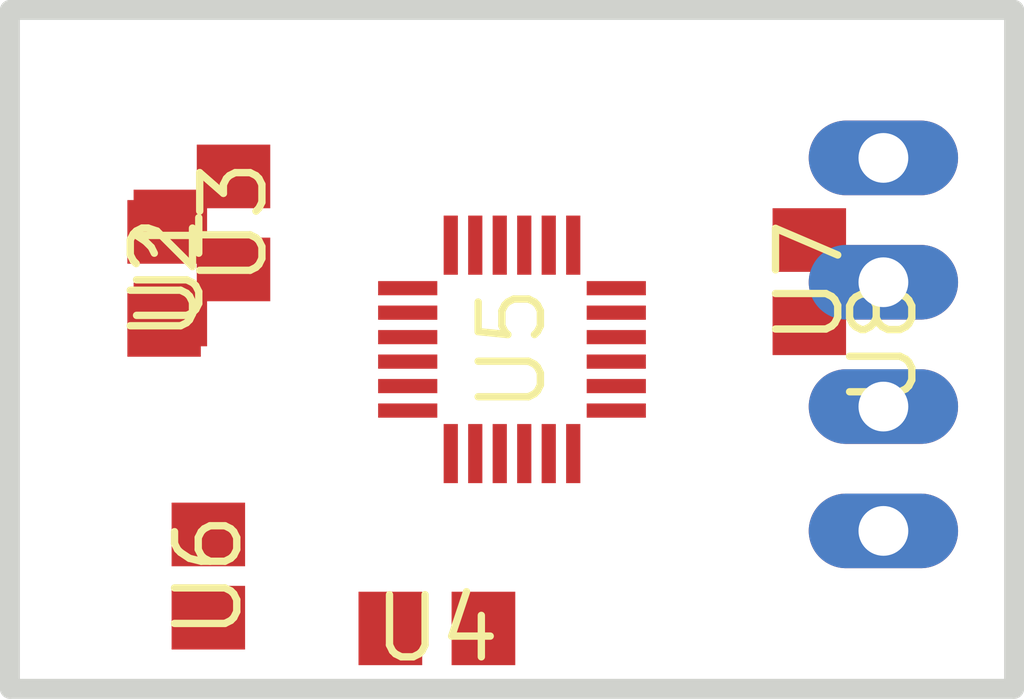
<source format=kicad_pcb>
 ( kicad_pcb  ( version 20171130 )
 ( host pcbnew "(5.1.4-0-10_14)" )
 ( general  ( thickness 1.6 )
 ( drawings 4 )
 ( tracks 0 )
 ( zones 0 )
 ( modules 8 )
 ( nets 16 )
)
 ( page A4 )
 ( layers  ( 0 Top signal )
 ( 31 Bottom signal )
 ( 32 B.Adhes user )
 ( 33 F.Adhes user )
 ( 34 B.Paste user )
 ( 35 F.Paste user )
 ( 36 B.SilkS user )
 ( 37 F.SilkS user )
 ( 38 B.Mask user )
 ( 39 F.Mask user )
 ( 40 Dwgs.User user )
 ( 41 Cmts.User user )
 ( 42 Eco1.User user )
 ( 43 Eco2.User user )
 ( 44 Edge.Cuts user )
 ( 45 Margin user )
 ( 46 B.CrtYd user )
 ( 47 F.CrtYd user )
 ( 48 B.Fab user )
 ( 49 F.Fab user )
)
 ( setup  ( last_trace_width 0.3048 )
 ( trace_clearance 0.1524 )
 ( zone_clearance 0.508 )
 ( zone_45_only no )
 ( trace_min 0.2 )
 ( via_size 0.8 )
 ( via_drill 0.4 )
 ( via_min_size 0.4 )
 ( via_min_drill 0.3 )
 ( uvia_size 0.3 )
 ( uvia_drill 0.1 )
 ( uvias_allowed yes )
 ( uvia_min_size 0.2 )
 ( uvia_min_drill 0.1 )
 ( edge_width 0.05 )
 ( segment_width 0.2 )
 ( pcb_text_width 0.3 )
 ( pcb_text_size 1.5 1.5 )
 ( mod_edge_width 0.12 )
 ( mod_text_size 1 1 )
 ( mod_text_width 0.15 )
 ( pad_size 1.524 1.524 )
 ( pad_drill 0.762 )
 ( pad_to_mask_clearance 0.051 )
 ( solder_mask_min_width 0.25 )
 ( aux_axis_origin 0 0 )
 ( visible_elements 7FFFFFFF )
 ( pcbplotparams  ( layerselection 0x010fc_ffffffff )
 ( usegerberextensions false )
 ( usegerberattributes false )
 ( usegerberadvancedattributes false )
 ( creategerberjobfile false )
 ( excludeedgelayer true )
 ( linewidth 0.100000 )
 ( plotframeref false )
 ( viasonmask false )
 ( mode 1 )
 ( useauxorigin false )
 ( hpglpennumber 1 )
 ( hpglpenspeed 20 )
 ( hpglpendiameter 15.000000 )
 ( psnegative false )
 ( psa4output false )
 ( plotreference true )
 ( plotvalue true )
 ( plotinvisibletext false )
 ( padsonsilk false )
 ( subtractmaskfromsilk false )
 ( outputformat 1 )
 ( mirror false )
 ( drillshape 1 )
 ( scaleselection 1 )
 ( outputdirectory "" )
)
)
 ( net 0 "" )
 ( net 1 GND )
 ( net 2 VDD )
 ( net 3 /SDA )
 ( net 4 /SCL )
 ( net 5 "Net-(R2-Pad1)" )
 ( net 6 "Net-(R1-Pad1)" )
 ( net 7 "Net-(U1-Pad14)" )
 ( net 8 "Net-(U1-Pad13)" )
 ( net 9 "Net-(U1-Pad12)" )
 ( net 10 "Net-(U1-Pad11)" )
 ( net 11 "Net-(U1-Pad10)" )
 ( net 12 "Net-(C1-Pad1)" )
 ( net 13 "Net-(C1-Pad2)" )
 ( net 14 "Net-(C2-Pad2)" )
 ( net 15 "Net-(U1-Pad1)" )
 ( net_class Default "This is the default net class."  ( clearance 0.1524 )
 ( trace_width 0.3048 )
 ( via_dia 0.8 )
 ( via_drill 0.4 )
 ( uvia_dia 0.3 )
 ( uvia_drill 0.1 )
 ( add_net /SCL )
 ( add_net /SDA )
 ( add_net GND )
 ( add_net "Net-(C1-Pad1)" )
 ( add_net "Net-(C1-Pad2)" )
 ( add_net "Net-(C2-Pad2)" )
 ( add_net "Net-(R1-Pad1)" )
 ( add_net "Net-(R2-Pad1)" )
 ( add_net "Net-(U1-Pad1)" )
 ( add_net "Net-(U1-Pad10)" )
 ( add_net "Net-(U1-Pad11)" )
 ( add_net "Net-(U1-Pad12)" )
 ( add_net "Net-(U1-Pad13)" )
 ( add_net "Net-(U1-Pad14)" )
 ( add_net VDD )
)
 ( module imu:C0805  ( layer Top )
 ( tedit 5DCDEC05 )
 ( tstamp 5DC8EB23 )
 ( at 141.526842 103.341043 270.000000 )
 ( descr <b>CAPACITOR</b><p> )
 ( path /A60240AA )
 ( fp_text reference U1  ( at 0 0 270 )
 ( layer F.SilkS )
 ( effects  ( font  ( size 1.27 1.27 )
 ( thickness 0.15 )
)
)
)
 ( fp_text value ""  ( at 0 0 270 )
 ( layer F.SilkS )
 ( effects  ( font  ( size 1.27 1.27 )
 ( thickness 0.15 )
)
)
)
 ( fp_poly  ( pts  ( xy -1.97 -0.98 )
 ( xy 1.97 -0.98 )
 ( xy 1.97 0.98 )
 ( xy -1.97 0.98 )
)
 ( layer F.CrtYd )
 ( width 0.05 )
)
 ( pad 2 smd rect  ( at 0.95 0 270.000000 )
 ( size 1.3 1.5 )
 ( layers Top F.Mask F.Paste )
 ( net 1 GND )
 ( solder_mask_margin 0.1016 )
)
 ( pad 1 smd rect  ( at -0.95 0 270.000000 )
 ( size 1.3 1.5 )
 ( layers Top F.Mask F.Paste )
 ( net 2 VDD )
 ( solder_mask_margin 0.1016 )
)
)
 ( module imu:C0805  ( layer Top )
 ( tedit 5DCDEC05 )
 ( tstamp 5DC8EB31 )
 ( at 141.398907 103.553324 270.000000 )
 ( descr <b>CAPACITOR</b><p> )
 ( path /C3EA450F )
 ( fp_text reference U2  ( at 0 0 270 )
 ( layer F.SilkS )
 ( effects  ( font  ( size 1.27 1.27 )
 ( thickness 0.15 )
)
)
)
 ( fp_text value ""  ( at 0 0 270 )
 ( layer F.SilkS )
 ( effects  ( font  ( size 1.27 1.27 )
 ( thickness 0.15 )
)
)
)
 ( fp_poly  ( pts  ( xy -1.97 -0.98 )
 ( xy 1.97 -0.98 )
 ( xy 1.97 0.98 )
 ( xy -1.97 0.98 )
)
 ( layer F.CrtYd )
 ( width 0.05 )
)
 ( pad 2 smd rect  ( at 0.95 0 270.000000 )
 ( size 1.3 1.5 )
 ( layers Top F.Mask F.Paste )
 ( net 1 GND )
 ( solder_mask_margin 0.1016 )
)
 ( pad 1 smd rect  ( at -0.95 0 270.000000 )
 ( size 1.3 1.5 )
 ( layers Top F.Mask F.Paste )
 ( net 2 VDD )
 ( solder_mask_margin 0.1016 )
)
)
 ( module imu:C0805  ( layer Top )
 ( tedit 5DCDEC05 )
 ( tstamp 5DC8EB3F )
 ( at 142.816063 102.420805 90.000000 )
 ( descr <b>CAPACITOR</b><p> )
 ( path /7A0BA227 )
 ( fp_text reference U3  ( at 0 0 90 )
 ( layer F.SilkS )
 ( effects  ( font  ( size 1.27 1.27 )
 ( thickness 0.15 )
)
)
)
 ( fp_text value ""  ( at 0 0 90 )
 ( layer F.SilkS )
 ( effects  ( font  ( size 1.27 1.27 )
 ( thickness 0.15 )
)
)
)
 ( fp_poly  ( pts  ( xy -1.97 -0.98 )
 ( xy 1.97 -0.98 )
 ( xy 1.97 0.98 )
 ( xy -1.97 0.98 )
)
 ( layer F.CrtYd )
 ( width 0.05 )
)
 ( pad 2 smd rect  ( at 0.95 0 90.000000 )
 ( size 1.3 1.5 )
 ( layers Top F.Mask F.Paste )
 ( net 13 "Net-(C1-Pad2)" )
 ( solder_mask_margin 0.1016 )
)
 ( pad 1 smd rect  ( at -0.95 0 90.000000 )
 ( size 1.3 1.5 )
 ( layers Top F.Mask F.Paste )
 ( net 12 "Net-(C1-Pad1)" )
 ( solder_mask_margin 0.1016 )
)
)
 ( module imu:C0805  ( layer Top )
 ( tedit 5DCDEC05 )
 ( tstamp 5DC8EB4D )
 ( at 146.968042 110.704600 180.000000 )
 ( descr <b>CAPACITOR</b><p> )
 ( path /39D9FF9F )
 ( fp_text reference U4  ( at 0 0 180 )
 ( layer F.SilkS )
 ( effects  ( font  ( size 1.27 1.27 )
 ( thickness 0.15 )
)
)
)
 ( fp_text value ""  ( at 0 0 180 )
 ( layer F.SilkS )
 ( effects  ( font  ( size 1.27 1.27 )
 ( thickness 0.15 )
)
)
)
 ( fp_poly  ( pts  ( xy -1.97 -0.98 )
 ( xy 1.97 -0.98 )
 ( xy 1.97 0.98 )
 ( xy -1.97 0.98 )
)
 ( layer F.CrtYd )
 ( width 0.05 )
)
 ( pad 2 smd rect  ( at 0.95 0 180.000000 )
 ( size 1.3 1.5 )
 ( layers Top F.Mask F.Paste )
 ( net 14 "Net-(C2-Pad2)" )
 ( solder_mask_margin 0.1016 )
)
 ( pad 1 smd rect  ( at -0.95 0 180.000000 )
 ( size 1.3 1.5 )
 ( layers Top F.Mask F.Paste )
 ( net 1 GND )
 ( solder_mask_margin 0.1016 )
)
)
 ( module imu:LGA-24  ( layer Top )
 ( tedit 5DCDEC7A )
 ( tstamp 5DC8EAD5 )
 ( at 148.501100 105.003600 270.000000 )
 ( descr "<h3>LGA 4x4x1 mm 24-lead</h3>\n<ul><li>0.5mm pitch</li>\n<li>Pads are 0.35x0.2 mm square</li>\n</ul>\n<p>This package is used for:<p>\n<ul><li>ST Micro LSM9DS0 3D accel/gyro/mag</li></ul>" )
 ( path /94FABF20 )
 ( fp_text reference U5  ( at 0 0 270 )
 ( layer F.SilkS )
 ( effects  ( font  ( size 1.27 1.27 )
 ( thickness 0.15 )
)
)
)
 ( fp_text value ""  ( at 0 0 270 )
 ( layer F.SilkS )
 ( effects  ( font  ( size 1.27 1.27 )
 ( thickness 0.15 )
)
)
)
 ( fp_poly  ( pts  ( xy -3 -3 )
 ( xy 3 -3 )
 ( xy 3 3 )
 ( xy -3 3 )
)
 ( layer F.CrtYd )
 ( width 0.1 )
)
 ( pad 24 smd rect  ( at -1.25 -2.129 270.000000 )
 ( size 0.29 1.208 )
 ( layers Top F.Mask F.Paste )
 ( net 3 /SDA )
 ( solder_mask_margin 0.1016 )
)
 ( pad 23 smd rect  ( at -0.75 -2.129 270.000000 )
 ( size 0.29 1.208 )
 ( layers Top F.Mask F.Paste )
 ( net 1 GND )
 ( solder_mask_margin 0.1016 )
)
 ( pad 22 smd rect  ( at -0.25 -2.129 270.000000 )
 ( size 0.29 1.208 )
 ( layers Top F.Mask F.Paste )
 ( net 1 GND )
 ( solder_mask_margin 0.1016 )
)
 ( pad 21 smd rect  ( at 0.25 -2.129 270.000000 )
 ( size 0.29 1.208 )
 ( layers Top F.Mask F.Paste )
 ( net 4 /SCL )
 ( solder_mask_margin 0.1016 )
)
 ( pad 20 smd rect  ( at 0.75 -2.129 270.000000 )
 ( size 0.29 1.208 )
 ( layers Top F.Mask F.Paste )
 ( net 5 "Net-(R2-Pad1)" )
 ( solder_mask_margin 0.1016 )
)
 ( pad 19 smd rect  ( at 1.25 -2.129 270.000000 )
 ( size 0.29 1.208 )
 ( layers Top F.Mask F.Paste )
 ( net 6 "Net-(R1-Pad1)" )
 ( solder_mask_margin 0.1016 )
)
 ( pad 18 smd rect  ( at 2.129 -1.25 180.000000 )
 ( size 0.29 1.208 )
 ( layers Top F.Mask F.Paste )
 ( net 2 VDD )
 ( solder_mask_margin 0.1016 )
)
 ( pad 17 smd rect  ( at 2.129 -0.75 180.000000 )
 ( size 0.29 1.208 )
 ( layers Top F.Mask F.Paste )
 ( net 2 VDD )
 ( solder_mask_margin 0.1016 )
)
 ( pad 16 smd rect  ( at 2.129 -0.25 180.000000 )
 ( size 0.29 1.208 )
 ( layers Top F.Mask F.Paste )
 ( net 2 VDD )
 ( solder_mask_margin 0.1016 )
)
 ( pad 15 smd rect  ( at 2.129 0.25 180.000000 )
 ( size 0.29 1.208 )
 ( layers Top F.Mask F.Paste )
 ( net 2 VDD )
 ( solder_mask_margin 0.1016 )
)
 ( pad 14 smd rect  ( at 2.129 0.75 180.000000 )
 ( size 0.29 1.208 )
 ( layers Top F.Mask F.Paste )
 ( net 7 "Net-(U1-Pad14)" )
 ( solder_mask_margin 0.1016 )
)
 ( pad 13 smd rect  ( at 2.129 1.25 180.000000 )
 ( size 0.29 1.208 )
 ( layers Top F.Mask F.Paste )
 ( net 8 "Net-(U1-Pad13)" )
 ( solder_mask_margin 0.1016 )
)
 ( pad 12 smd rect  ( at 1.25 2.129 90.000000 )
 ( size 0.29 1.208 )
 ( layers Top F.Mask F.Paste )
 ( net 9 "Net-(U1-Pad12)" )
 ( solder_mask_margin 0.1016 )
)
 ( pad 11 smd rect  ( at 0.75 2.129 90.000000 )
 ( size 0.29 1.208 )
 ( layers Top F.Mask F.Paste )
 ( net 10 "Net-(U1-Pad11)" )
 ( solder_mask_margin 0.1016 )
)
 ( pad 10 smd rect  ( at 0.25 2.129 90.000000 )
 ( size 0.29 1.208 )
 ( layers Top F.Mask F.Paste )
 ( net 11 "Net-(U1-Pad10)" )
 ( solder_mask_margin 0.1016 )
)
 ( pad 9 smd rect  ( at -0.25 2.129 90.000000 )
 ( size 0.29 1.208 )
 ( layers Top F.Mask F.Paste )
 ( net 12 "Net-(C1-Pad1)" )
 ( solder_mask_margin 0.1016 )
)
 ( pad 8 smd rect  ( at -0.75 2.129 90.000000 )
 ( size 0.29 1.208 )
 ( layers Top F.Mask F.Paste )
 ( net 13 "Net-(C1-Pad2)" )
 ( solder_mask_margin 0.1016 )
)
 ( pad 7 smd rect  ( at -1.25 2.129 90.000000 )
 ( size 0.29 1.208 )
 ( layers Top F.Mask F.Paste )
 ( net 14 "Net-(C2-Pad2)" )
 ( solder_mask_margin 0.1016 )
)
 ( pad 6 smd rect  ( at -2.129 1.25 )
 ( size 0.29 1.208 )
 ( layers Top F.Mask F.Paste )
 ( net 1 GND )
 ( solder_mask_margin 0.1016 )
)
 ( pad 5 smd rect  ( at -2.129 0.75 )
 ( size 0.29 1.208 )
 ( layers Top F.Mask F.Paste )
 ( net 1 GND )
 ( solder_mask_margin 0.1016 )
)
 ( pad 4 smd rect  ( at -2.129 0.25 )
 ( size 0.29 1.208 )
 ( layers Top F.Mask F.Paste )
 ( net 1 GND )
 ( solder_mask_margin 0.1016 )
)
 ( pad 3 smd rect  ( at -2.129 -0.25 )
 ( size 0.29 1.208 )
 ( layers Top F.Mask F.Paste )
 ( net 1 GND )
 ( solder_mask_margin 0.1016 )
)
 ( pad 2 smd rect  ( at -2.129 -0.75 )
 ( size 0.29 1.208 )
 ( layers Top F.Mask F.Paste )
 ( net 1 GND )
 ( solder_mask_margin 0.1016 )
)
 ( pad 1 smd rect  ( at -2.129 -1.25 )
 ( size 0.29 1.208 )
 ( layers Top F.Mask F.Paste )
 ( net 15 "Net-(U1-Pad1)" )
 ( solder_mask_margin 0.1016 )
)
)
 ( module imu:R0805  ( layer Top )
 ( tedit 5DCDEBD1 )
 ( tstamp 5DC8EB5B )
 ( at 142.302304 109.634600 270.000000 )
 ( descr "<b>RESISTOR</b><p>\nchip" )
 ( path /5FC72806 )
 ( fp_text reference U6  ( at 0 0 270 )
 ( layer F.SilkS )
 ( effects  ( font  ( size 1.27 1.27 )
 ( thickness 0.15 )
)
)
)
 ( fp_text value ""  ( at 0 0 270 )
 ( layer F.SilkS )
 ( effects  ( font  ( size 1.27 1.27 )
 ( thickness 0.15 )
)
)
)
 ( fp_poly  ( pts  ( xy -2 -1 )
 ( xy 2 -1 )
 ( xy 2 1 )
 ( xy -2 1 )
)
 ( layer F.CrtYd )
 ( width 0.1 )
)
 ( pad 2 smd rect  ( at 0.85 0 270.000000 )
 ( size 1.3 1.5 )
 ( layers Top F.Mask F.Paste )
 ( net 2 VDD )
 ( solder_mask_margin 0.1016 )
)
 ( pad 1 smd rect  ( at -0.85 0 270.000000 )
 ( size 1.3 1.5 )
 ( layers Top F.Mask F.Paste )
 ( net 6 "Net-(R1-Pad1)" )
 ( solder_mask_margin 0.1016 )
)
)
 ( module imu:R0805  ( layer Top )
 ( tedit 5DCDEBD1 )
 ( tstamp 5DC8EB69 )
 ( at 154.570627 103.619932 270.000000 )
 ( descr "<b>RESISTOR</b><p>\nchip" )
 ( path /8EFFCFBB )
 ( fp_text reference U7  ( at 0 0 270 )
 ( layer F.SilkS )
 ( effects  ( font  ( size 1.27 1.27 )
 ( thickness 0.15 )
)
)
)
 ( fp_text value ""  ( at 0 0 270 )
 ( layer F.SilkS )
 ( effects  ( font  ( size 1.27 1.27 )
 ( thickness 0.15 )
)
)
)
 ( fp_poly  ( pts  ( xy -2 -1 )
 ( xy 2 -1 )
 ( xy 2 1 )
 ( xy -2 1 )
)
 ( layer F.CrtYd )
 ( width 0.1 )
)
 ( pad 2 smd rect  ( at 0.85 0 270.000000 )
 ( size 1.3 1.5 )
 ( layers Top F.Mask F.Paste )
 ( net 2 VDD )
 ( solder_mask_margin 0.1016 )
)
 ( pad 1 smd rect  ( at -0.85 0 270.000000 )
 ( size 1.3 1.5 )
 ( layers Top F.Mask F.Paste )
 ( net 5 "Net-(R2-Pad1)" )
 ( solder_mask_margin 0.1016 )
)
)
 ( module imu:MA04-1 locked  ( layer Top )
 ( tedit 5DCDED3B )
 ( tstamp 5DC8EB77 )
 ( at 156.083000 104.902000 90.000000 )
 ( descr "<b>PIN HEADER</b>" )
 ( path /4C9F70DA )
 ( fp_text reference U8  ( at 0 0 90 )
 ( layer F.SilkS )
 ( effects  ( font  ( size 1.27 1.27 )
 ( thickness 0.15 )
)
)
)
 ( fp_text value ""  ( at 0 0 90 )
 ( layer F.SilkS )
 ( effects  ( font  ( size 1.27 1.27 )
 ( thickness 0.15 )
)
)
)
 ( fp_poly  ( pts  ( xy -5 -1.75 )
 ( xy 5 -1.75 )
 ( xy 5 1.75 )
 ( xy -5 1.75 )
)
 ( layer F.CrtYd )
 ( width 0.1 )
)
 ( fp_poly  ( pts  ( xy -5 -1.75 )
 ( xy 5 -1.75 )
 ( xy 5 1.75 )
 ( xy -5 1.75 )
)
 ( layer B.CrtYd )
 ( width 0.1 )
)
 ( pad 1 thru_hole oval  ( at -3.81 0 180.000000 )
 ( size 3.048 1.524 )
 ( drill 1.016 )
 ( layers *.Cu *.Mask )
 ( net 2 VDD )
 ( solder_mask_margin 0.1016 )
)
 ( pad 2 thru_hole oval  ( at -1.27 0 180.000000 )
 ( size 3.048 1.524 )
 ( drill 1.016 )
 ( layers *.Cu *.Mask )
 ( net 4 /SCL )
 ( solder_mask_margin 0.1016 )
)
 ( pad 3 thru_hole oval  ( at 1.27 0 180.000000 )
 ( size 3.048 1.524 )
 ( drill 1.016 )
 ( layers *.Cu *.Mask )
 ( net 3 /SDA )
 ( solder_mask_margin 0.1016 )
)
 ( pad 4 thru_hole oval  ( at 3.81 0 180.000000 )
 ( size 3.048 1.524 )
 ( drill 1.016 )
 ( layers *.Cu *.Mask )
 ( net 1 GND )
 ( solder_mask_margin 0.1016 )
)
)
 ( gr_line  ( start 138.2522 111.9378 )
 ( end 138.2522 98.0694 )
 ( layer Edge.Cuts )
 ( width 0.4064 )
 ( tstamp 1CAD9470 )
)
 ( gr_line  ( start 138.2522 98.0694 )
 ( end 158.75 98.0694 )
 ( layer Edge.Cuts )
 ( width 0.4064 )
 ( tstamp 1CAD8750 )
)
 ( gr_line  ( start 158.75 98.0694 )
 ( end 158.75 111.9378 )
 ( layer Edge.Cuts )
 ( width 0.4064 )
 ( tstamp 1CAD8CF0 )
)
 ( gr_line  ( start 158.75 111.9378 )
 ( end 138.2522 111.9378 )
 ( layer Edge.Cuts )
 ( width 0.4064 )
 ( tstamp 1CAD9BF0 )
)
)

</source>
